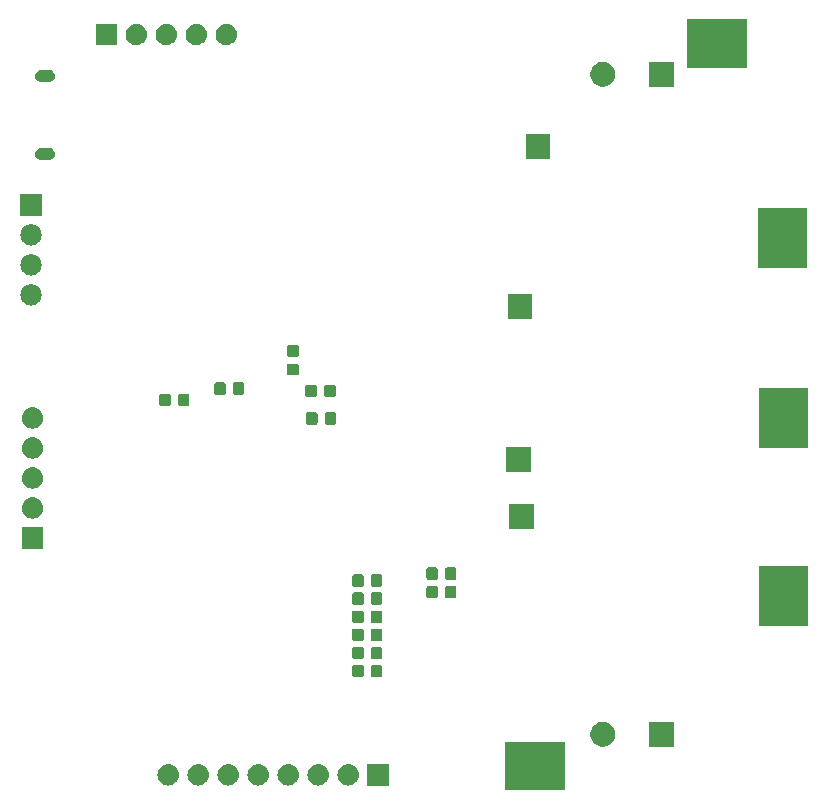
<source format=gbr>
G04 #@! TF.GenerationSoftware,KiCad,Pcbnew,5.0.2-bee76a0~70~ubuntu18.04.1*
G04 #@! TF.CreationDate,2019-03-01T11:09:08-06:00*
G04 #@! TF.ProjectId,MotorDriverXL,4d6f746f-7244-4726-9976-6572584c2e6b,V1.0*
G04 #@! TF.SameCoordinates,Original*
G04 #@! TF.FileFunction,Soldermask,Bot*
G04 #@! TF.FilePolarity,Negative*
%FSLAX46Y46*%
G04 Gerber Fmt 4.6, Leading zero omitted, Abs format (unit mm)*
G04 Created by KiCad (PCBNEW 5.0.2-bee76a0~70~ubuntu18.04.1) date Fri 01 Mar 2019 11:09:08 AM CST*
%MOMM*%
%LPD*%
G01*
G04 APERTURE LIST*
%ADD10C,0.100000*%
G04 APERTURE END LIST*
D10*
G36*
X150404200Y-128161800D02*
X145302600Y-128161800D01*
X145302600Y-124060200D01*
X150404200Y-124060200D01*
X150404200Y-128161800D01*
X150404200Y-128161800D01*
G37*
G36*
X135444600Y-127773800D02*
X133643000Y-127773800D01*
X133643000Y-125972200D01*
X135444600Y-125972200D01*
X135444600Y-127773800D01*
X135444600Y-127773800D01*
G37*
G36*
X132092162Y-125976545D02*
X132180388Y-125985234D01*
X132293589Y-126019573D01*
X132350190Y-126036743D01*
X132488780Y-126110822D01*
X132506679Y-126120389D01*
X132542409Y-126149712D01*
X132643844Y-126232956D01*
X132727088Y-126334391D01*
X132756411Y-126370121D01*
X132756412Y-126370123D01*
X132840057Y-126526610D01*
X132840057Y-126526611D01*
X132891566Y-126696412D01*
X132908958Y-126873000D01*
X132891566Y-127049588D01*
X132857227Y-127162789D01*
X132840057Y-127219390D01*
X132765978Y-127357980D01*
X132756411Y-127375879D01*
X132727088Y-127411609D01*
X132643844Y-127513044D01*
X132542409Y-127596288D01*
X132506679Y-127625611D01*
X132506677Y-127625612D01*
X132350190Y-127709257D01*
X132293589Y-127726427D01*
X132180388Y-127760766D01*
X132092162Y-127769455D01*
X132048050Y-127773800D01*
X131959550Y-127773800D01*
X131915438Y-127769455D01*
X131827212Y-127760766D01*
X131714011Y-127726427D01*
X131657410Y-127709257D01*
X131500923Y-127625612D01*
X131500921Y-127625611D01*
X131465191Y-127596288D01*
X131363756Y-127513044D01*
X131280512Y-127411609D01*
X131251189Y-127375879D01*
X131241622Y-127357980D01*
X131167543Y-127219390D01*
X131150373Y-127162789D01*
X131116034Y-127049588D01*
X131098642Y-126873000D01*
X131116034Y-126696412D01*
X131167543Y-126526611D01*
X131167543Y-126526610D01*
X131251188Y-126370123D01*
X131251189Y-126370121D01*
X131280512Y-126334391D01*
X131363756Y-126232956D01*
X131465191Y-126149712D01*
X131500921Y-126120389D01*
X131518820Y-126110822D01*
X131657410Y-126036743D01*
X131714011Y-126019573D01*
X131827212Y-125985234D01*
X131915438Y-125976545D01*
X131959550Y-125972200D01*
X132048050Y-125972200D01*
X132092162Y-125976545D01*
X132092162Y-125976545D01*
G37*
G36*
X129552162Y-125976545D02*
X129640388Y-125985234D01*
X129753589Y-126019573D01*
X129810190Y-126036743D01*
X129948780Y-126110822D01*
X129966679Y-126120389D01*
X130002409Y-126149712D01*
X130103844Y-126232956D01*
X130187088Y-126334391D01*
X130216411Y-126370121D01*
X130216412Y-126370123D01*
X130300057Y-126526610D01*
X130300057Y-126526611D01*
X130351566Y-126696412D01*
X130368958Y-126873000D01*
X130351566Y-127049588D01*
X130317227Y-127162789D01*
X130300057Y-127219390D01*
X130225978Y-127357980D01*
X130216411Y-127375879D01*
X130187088Y-127411609D01*
X130103844Y-127513044D01*
X130002409Y-127596288D01*
X129966679Y-127625611D01*
X129966677Y-127625612D01*
X129810190Y-127709257D01*
X129753589Y-127726427D01*
X129640388Y-127760766D01*
X129552162Y-127769455D01*
X129508050Y-127773800D01*
X129419550Y-127773800D01*
X129375438Y-127769455D01*
X129287212Y-127760766D01*
X129174011Y-127726427D01*
X129117410Y-127709257D01*
X128960923Y-127625612D01*
X128960921Y-127625611D01*
X128925191Y-127596288D01*
X128823756Y-127513044D01*
X128740512Y-127411609D01*
X128711189Y-127375879D01*
X128701622Y-127357980D01*
X128627543Y-127219390D01*
X128610373Y-127162789D01*
X128576034Y-127049588D01*
X128558642Y-126873000D01*
X128576034Y-126696412D01*
X128627543Y-126526611D01*
X128627543Y-126526610D01*
X128711188Y-126370123D01*
X128711189Y-126370121D01*
X128740512Y-126334391D01*
X128823756Y-126232956D01*
X128925191Y-126149712D01*
X128960921Y-126120389D01*
X128978820Y-126110822D01*
X129117410Y-126036743D01*
X129174011Y-126019573D01*
X129287212Y-125985234D01*
X129375438Y-125976545D01*
X129419550Y-125972200D01*
X129508050Y-125972200D01*
X129552162Y-125976545D01*
X129552162Y-125976545D01*
G37*
G36*
X127012162Y-125976545D02*
X127100388Y-125985234D01*
X127213589Y-126019573D01*
X127270190Y-126036743D01*
X127408780Y-126110822D01*
X127426679Y-126120389D01*
X127462409Y-126149712D01*
X127563844Y-126232956D01*
X127647088Y-126334391D01*
X127676411Y-126370121D01*
X127676412Y-126370123D01*
X127760057Y-126526610D01*
X127760057Y-126526611D01*
X127811566Y-126696412D01*
X127828958Y-126873000D01*
X127811566Y-127049588D01*
X127777227Y-127162789D01*
X127760057Y-127219390D01*
X127685978Y-127357980D01*
X127676411Y-127375879D01*
X127647088Y-127411609D01*
X127563844Y-127513044D01*
X127462409Y-127596288D01*
X127426679Y-127625611D01*
X127426677Y-127625612D01*
X127270190Y-127709257D01*
X127213589Y-127726427D01*
X127100388Y-127760766D01*
X127012162Y-127769455D01*
X126968050Y-127773800D01*
X126879550Y-127773800D01*
X126835438Y-127769455D01*
X126747212Y-127760766D01*
X126634011Y-127726427D01*
X126577410Y-127709257D01*
X126420923Y-127625612D01*
X126420921Y-127625611D01*
X126385191Y-127596288D01*
X126283756Y-127513044D01*
X126200512Y-127411609D01*
X126171189Y-127375879D01*
X126161622Y-127357980D01*
X126087543Y-127219390D01*
X126070373Y-127162789D01*
X126036034Y-127049588D01*
X126018642Y-126873000D01*
X126036034Y-126696412D01*
X126087543Y-126526611D01*
X126087543Y-126526610D01*
X126171188Y-126370123D01*
X126171189Y-126370121D01*
X126200512Y-126334391D01*
X126283756Y-126232956D01*
X126385191Y-126149712D01*
X126420921Y-126120389D01*
X126438820Y-126110822D01*
X126577410Y-126036743D01*
X126634011Y-126019573D01*
X126747212Y-125985234D01*
X126835438Y-125976545D01*
X126879550Y-125972200D01*
X126968050Y-125972200D01*
X127012162Y-125976545D01*
X127012162Y-125976545D01*
G37*
G36*
X121932162Y-125976545D02*
X122020388Y-125985234D01*
X122133589Y-126019573D01*
X122190190Y-126036743D01*
X122328780Y-126110822D01*
X122346679Y-126120389D01*
X122382409Y-126149712D01*
X122483844Y-126232956D01*
X122567088Y-126334391D01*
X122596411Y-126370121D01*
X122596412Y-126370123D01*
X122680057Y-126526610D01*
X122680057Y-126526611D01*
X122731566Y-126696412D01*
X122748958Y-126873000D01*
X122731566Y-127049588D01*
X122697227Y-127162789D01*
X122680057Y-127219390D01*
X122605978Y-127357980D01*
X122596411Y-127375879D01*
X122567088Y-127411609D01*
X122483844Y-127513044D01*
X122382409Y-127596288D01*
X122346679Y-127625611D01*
X122346677Y-127625612D01*
X122190190Y-127709257D01*
X122133589Y-127726427D01*
X122020388Y-127760766D01*
X121932162Y-127769455D01*
X121888050Y-127773800D01*
X121799550Y-127773800D01*
X121755438Y-127769455D01*
X121667212Y-127760766D01*
X121554011Y-127726427D01*
X121497410Y-127709257D01*
X121340923Y-127625612D01*
X121340921Y-127625611D01*
X121305191Y-127596288D01*
X121203756Y-127513044D01*
X121120512Y-127411609D01*
X121091189Y-127375879D01*
X121081622Y-127357980D01*
X121007543Y-127219390D01*
X120990373Y-127162789D01*
X120956034Y-127049588D01*
X120938642Y-126873000D01*
X120956034Y-126696412D01*
X121007543Y-126526611D01*
X121007543Y-126526610D01*
X121091188Y-126370123D01*
X121091189Y-126370121D01*
X121120512Y-126334391D01*
X121203756Y-126232956D01*
X121305191Y-126149712D01*
X121340921Y-126120389D01*
X121358820Y-126110822D01*
X121497410Y-126036743D01*
X121554011Y-126019573D01*
X121667212Y-125985234D01*
X121755438Y-125976545D01*
X121799550Y-125972200D01*
X121888050Y-125972200D01*
X121932162Y-125976545D01*
X121932162Y-125976545D01*
G37*
G36*
X119392162Y-125976545D02*
X119480388Y-125985234D01*
X119593589Y-126019573D01*
X119650190Y-126036743D01*
X119788780Y-126110822D01*
X119806679Y-126120389D01*
X119842409Y-126149712D01*
X119943844Y-126232956D01*
X120027088Y-126334391D01*
X120056411Y-126370121D01*
X120056412Y-126370123D01*
X120140057Y-126526610D01*
X120140057Y-126526611D01*
X120191566Y-126696412D01*
X120208958Y-126873000D01*
X120191566Y-127049588D01*
X120157227Y-127162789D01*
X120140057Y-127219390D01*
X120065978Y-127357980D01*
X120056411Y-127375879D01*
X120027088Y-127411609D01*
X119943844Y-127513044D01*
X119842409Y-127596288D01*
X119806679Y-127625611D01*
X119806677Y-127625612D01*
X119650190Y-127709257D01*
X119593589Y-127726427D01*
X119480388Y-127760766D01*
X119392162Y-127769455D01*
X119348050Y-127773800D01*
X119259550Y-127773800D01*
X119215438Y-127769455D01*
X119127212Y-127760766D01*
X119014011Y-127726427D01*
X118957410Y-127709257D01*
X118800923Y-127625612D01*
X118800921Y-127625611D01*
X118765191Y-127596288D01*
X118663756Y-127513044D01*
X118580512Y-127411609D01*
X118551189Y-127375879D01*
X118541622Y-127357980D01*
X118467543Y-127219390D01*
X118450373Y-127162789D01*
X118416034Y-127049588D01*
X118398642Y-126873000D01*
X118416034Y-126696412D01*
X118467543Y-126526611D01*
X118467543Y-126526610D01*
X118551188Y-126370123D01*
X118551189Y-126370121D01*
X118580512Y-126334391D01*
X118663756Y-126232956D01*
X118765191Y-126149712D01*
X118800921Y-126120389D01*
X118818820Y-126110822D01*
X118957410Y-126036743D01*
X119014011Y-126019573D01*
X119127212Y-125985234D01*
X119215438Y-125976545D01*
X119259550Y-125972200D01*
X119348050Y-125972200D01*
X119392162Y-125976545D01*
X119392162Y-125976545D01*
G37*
G36*
X116852162Y-125976545D02*
X116940388Y-125985234D01*
X117053589Y-126019573D01*
X117110190Y-126036743D01*
X117248780Y-126110822D01*
X117266679Y-126120389D01*
X117302409Y-126149712D01*
X117403844Y-126232956D01*
X117487088Y-126334391D01*
X117516411Y-126370121D01*
X117516412Y-126370123D01*
X117600057Y-126526610D01*
X117600057Y-126526611D01*
X117651566Y-126696412D01*
X117668958Y-126873000D01*
X117651566Y-127049588D01*
X117617227Y-127162789D01*
X117600057Y-127219390D01*
X117525978Y-127357980D01*
X117516411Y-127375879D01*
X117487088Y-127411609D01*
X117403844Y-127513044D01*
X117302409Y-127596288D01*
X117266679Y-127625611D01*
X117266677Y-127625612D01*
X117110190Y-127709257D01*
X117053589Y-127726427D01*
X116940388Y-127760766D01*
X116852162Y-127769455D01*
X116808050Y-127773800D01*
X116719550Y-127773800D01*
X116675438Y-127769455D01*
X116587212Y-127760766D01*
X116474011Y-127726427D01*
X116417410Y-127709257D01*
X116260923Y-127625612D01*
X116260921Y-127625611D01*
X116225191Y-127596288D01*
X116123756Y-127513044D01*
X116040512Y-127411609D01*
X116011189Y-127375879D01*
X116001622Y-127357980D01*
X115927543Y-127219390D01*
X115910373Y-127162789D01*
X115876034Y-127049588D01*
X115858642Y-126873000D01*
X115876034Y-126696412D01*
X115927543Y-126526611D01*
X115927543Y-126526610D01*
X116011188Y-126370123D01*
X116011189Y-126370121D01*
X116040512Y-126334391D01*
X116123756Y-126232956D01*
X116225191Y-126149712D01*
X116260921Y-126120389D01*
X116278820Y-126110822D01*
X116417410Y-126036743D01*
X116474011Y-126019573D01*
X116587212Y-125985234D01*
X116675438Y-125976545D01*
X116719550Y-125972200D01*
X116808050Y-125972200D01*
X116852162Y-125976545D01*
X116852162Y-125976545D01*
G37*
G36*
X124472162Y-125976545D02*
X124560388Y-125985234D01*
X124673589Y-126019573D01*
X124730190Y-126036743D01*
X124868780Y-126110822D01*
X124886679Y-126120389D01*
X124922409Y-126149712D01*
X125023844Y-126232956D01*
X125107088Y-126334391D01*
X125136411Y-126370121D01*
X125136412Y-126370123D01*
X125220057Y-126526610D01*
X125220057Y-126526611D01*
X125271566Y-126696412D01*
X125288958Y-126873000D01*
X125271566Y-127049588D01*
X125237227Y-127162789D01*
X125220057Y-127219390D01*
X125145978Y-127357980D01*
X125136411Y-127375879D01*
X125107088Y-127411609D01*
X125023844Y-127513044D01*
X124922409Y-127596288D01*
X124886679Y-127625611D01*
X124886677Y-127625612D01*
X124730190Y-127709257D01*
X124673589Y-127726427D01*
X124560388Y-127760766D01*
X124472162Y-127769455D01*
X124428050Y-127773800D01*
X124339550Y-127773800D01*
X124295438Y-127769455D01*
X124207212Y-127760766D01*
X124094011Y-127726427D01*
X124037410Y-127709257D01*
X123880923Y-127625612D01*
X123880921Y-127625611D01*
X123845191Y-127596288D01*
X123743756Y-127513044D01*
X123660512Y-127411609D01*
X123631189Y-127375879D01*
X123621622Y-127357980D01*
X123547543Y-127219390D01*
X123530373Y-127162789D01*
X123496034Y-127049588D01*
X123478642Y-126873000D01*
X123496034Y-126696412D01*
X123547543Y-126526611D01*
X123547543Y-126526610D01*
X123631188Y-126370123D01*
X123631189Y-126370121D01*
X123660512Y-126334391D01*
X123743756Y-126232956D01*
X123845191Y-126149712D01*
X123880921Y-126120389D01*
X123898820Y-126110822D01*
X124037410Y-126036743D01*
X124094011Y-126019573D01*
X124207212Y-125985234D01*
X124295438Y-125976545D01*
X124339550Y-125972200D01*
X124428050Y-125972200D01*
X124472162Y-125976545D01*
X124472162Y-125976545D01*
G37*
G36*
X159623000Y-124494800D02*
X157521400Y-124494800D01*
X157521400Y-122393200D01*
X159623000Y-122393200D01*
X159623000Y-124494800D01*
X159623000Y-124494800D01*
G37*
G36*
X153878707Y-122433582D02*
X154069940Y-122512793D01*
X154240887Y-122627016D01*
X154242049Y-122627793D01*
X154388407Y-122774151D01*
X154388409Y-122774154D01*
X154503407Y-122946260D01*
X154582618Y-123137493D01*
X154623000Y-123340505D01*
X154623000Y-123547495D01*
X154582618Y-123750507D01*
X154503407Y-123941740D01*
X154424254Y-124060200D01*
X154388407Y-124113849D01*
X154242049Y-124260207D01*
X154242046Y-124260209D01*
X154069940Y-124375207D01*
X153878707Y-124454418D01*
X153675695Y-124494800D01*
X153468705Y-124494800D01*
X153265693Y-124454418D01*
X153074460Y-124375207D01*
X152902354Y-124260209D01*
X152902351Y-124260207D01*
X152755993Y-124113849D01*
X152720146Y-124060200D01*
X152640993Y-123941740D01*
X152561782Y-123750507D01*
X152521400Y-123547495D01*
X152521400Y-123340505D01*
X152561782Y-123137493D01*
X152640993Y-122946260D01*
X152755991Y-122774154D01*
X152755993Y-122774151D01*
X152902351Y-122627793D01*
X152903513Y-122627016D01*
X153074460Y-122512793D01*
X153265693Y-122433582D01*
X153468705Y-122393200D01*
X153675695Y-122393200D01*
X153878707Y-122433582D01*
X153878707Y-122433582D01*
G37*
G36*
X133183868Y-117562883D02*
X133217834Y-117573186D01*
X133249132Y-117589916D01*
X133276568Y-117612432D01*
X133299084Y-117639868D01*
X133315814Y-117671166D01*
X133326117Y-117705132D01*
X133330200Y-117746590D01*
X133330200Y-118422610D01*
X133326117Y-118464068D01*
X133315814Y-118498034D01*
X133299084Y-118529332D01*
X133276568Y-118556768D01*
X133249132Y-118579284D01*
X133217834Y-118596014D01*
X133183868Y-118606317D01*
X133142410Y-118610400D01*
X132541390Y-118610400D01*
X132499932Y-118606317D01*
X132465966Y-118596014D01*
X132434668Y-118579284D01*
X132407232Y-118556768D01*
X132384716Y-118529332D01*
X132367986Y-118498034D01*
X132357683Y-118464068D01*
X132353600Y-118422610D01*
X132353600Y-117746590D01*
X132357683Y-117705132D01*
X132367986Y-117671166D01*
X132384716Y-117639868D01*
X132407232Y-117612432D01*
X132434668Y-117589916D01*
X132465966Y-117573186D01*
X132499932Y-117562883D01*
X132541390Y-117558800D01*
X133142410Y-117558800D01*
X133183868Y-117562883D01*
X133183868Y-117562883D01*
G37*
G36*
X134758868Y-117562883D02*
X134792834Y-117573186D01*
X134824132Y-117589916D01*
X134851568Y-117612432D01*
X134874084Y-117639868D01*
X134890814Y-117671166D01*
X134901117Y-117705132D01*
X134905200Y-117746590D01*
X134905200Y-118422610D01*
X134901117Y-118464068D01*
X134890814Y-118498034D01*
X134874084Y-118529332D01*
X134851568Y-118556768D01*
X134824132Y-118579284D01*
X134792834Y-118596014D01*
X134758868Y-118606317D01*
X134717410Y-118610400D01*
X134116390Y-118610400D01*
X134074932Y-118606317D01*
X134040966Y-118596014D01*
X134009668Y-118579284D01*
X133982232Y-118556768D01*
X133959716Y-118529332D01*
X133942986Y-118498034D01*
X133932683Y-118464068D01*
X133928600Y-118422610D01*
X133928600Y-117746590D01*
X133932683Y-117705132D01*
X133942986Y-117671166D01*
X133959716Y-117639868D01*
X133982232Y-117612432D01*
X134009668Y-117589916D01*
X134040966Y-117573186D01*
X134074932Y-117562883D01*
X134116390Y-117558800D01*
X134717410Y-117558800D01*
X134758868Y-117562883D01*
X134758868Y-117562883D01*
G37*
G36*
X133183868Y-116038883D02*
X133217834Y-116049186D01*
X133249132Y-116065916D01*
X133276568Y-116088432D01*
X133299084Y-116115868D01*
X133315814Y-116147166D01*
X133326117Y-116181132D01*
X133330200Y-116222590D01*
X133330200Y-116898610D01*
X133326117Y-116940068D01*
X133315814Y-116974034D01*
X133299084Y-117005332D01*
X133276568Y-117032768D01*
X133249132Y-117055284D01*
X133217834Y-117072014D01*
X133183868Y-117082317D01*
X133142410Y-117086400D01*
X132541390Y-117086400D01*
X132499932Y-117082317D01*
X132465966Y-117072014D01*
X132434668Y-117055284D01*
X132407232Y-117032768D01*
X132384716Y-117005332D01*
X132367986Y-116974034D01*
X132357683Y-116940068D01*
X132353600Y-116898610D01*
X132353600Y-116222590D01*
X132357683Y-116181132D01*
X132367986Y-116147166D01*
X132384716Y-116115868D01*
X132407232Y-116088432D01*
X132434668Y-116065916D01*
X132465966Y-116049186D01*
X132499932Y-116038883D01*
X132541390Y-116034800D01*
X133142410Y-116034800D01*
X133183868Y-116038883D01*
X133183868Y-116038883D01*
G37*
G36*
X134758868Y-116038883D02*
X134792834Y-116049186D01*
X134824132Y-116065916D01*
X134851568Y-116088432D01*
X134874084Y-116115868D01*
X134890814Y-116147166D01*
X134901117Y-116181132D01*
X134905200Y-116222590D01*
X134905200Y-116898610D01*
X134901117Y-116940068D01*
X134890814Y-116974034D01*
X134874084Y-117005332D01*
X134851568Y-117032768D01*
X134824132Y-117055284D01*
X134792834Y-117072014D01*
X134758868Y-117082317D01*
X134717410Y-117086400D01*
X134116390Y-117086400D01*
X134074932Y-117082317D01*
X134040966Y-117072014D01*
X134009668Y-117055284D01*
X133982232Y-117032768D01*
X133959716Y-117005332D01*
X133942986Y-116974034D01*
X133932683Y-116940068D01*
X133928600Y-116898610D01*
X133928600Y-116222590D01*
X133932683Y-116181132D01*
X133942986Y-116147166D01*
X133959716Y-116115868D01*
X133982232Y-116088432D01*
X134009668Y-116065916D01*
X134040966Y-116049186D01*
X134074932Y-116038883D01*
X134116390Y-116034800D01*
X134717410Y-116034800D01*
X134758868Y-116038883D01*
X134758868Y-116038883D01*
G37*
G36*
X134748787Y-114487005D02*
X134782753Y-114497308D01*
X134814051Y-114514038D01*
X134841487Y-114536554D01*
X134864003Y-114563990D01*
X134880733Y-114595288D01*
X134891036Y-114629254D01*
X134895119Y-114670712D01*
X134895119Y-115346732D01*
X134891036Y-115388190D01*
X134880733Y-115422156D01*
X134864003Y-115453454D01*
X134841487Y-115480890D01*
X134814051Y-115503406D01*
X134782753Y-115520136D01*
X134748787Y-115530439D01*
X134707329Y-115534522D01*
X134106309Y-115534522D01*
X134064851Y-115530439D01*
X134030885Y-115520136D01*
X133999587Y-115503406D01*
X133972151Y-115480890D01*
X133949635Y-115453454D01*
X133932905Y-115422156D01*
X133922602Y-115388190D01*
X133918519Y-115346732D01*
X133918519Y-114670712D01*
X133922602Y-114629254D01*
X133932905Y-114595288D01*
X133949635Y-114563990D01*
X133972151Y-114536554D01*
X133999587Y-114514038D01*
X134030885Y-114497308D01*
X134064851Y-114487005D01*
X134106309Y-114482922D01*
X134707329Y-114482922D01*
X134748787Y-114487005D01*
X134748787Y-114487005D01*
G37*
G36*
X133173787Y-114487005D02*
X133207753Y-114497308D01*
X133239051Y-114514038D01*
X133266487Y-114536554D01*
X133289003Y-114563990D01*
X133305733Y-114595288D01*
X133316036Y-114629254D01*
X133320119Y-114670712D01*
X133320119Y-115346732D01*
X133316036Y-115388190D01*
X133305733Y-115422156D01*
X133289003Y-115453454D01*
X133266487Y-115480890D01*
X133239051Y-115503406D01*
X133207753Y-115520136D01*
X133173787Y-115530439D01*
X133132329Y-115534522D01*
X132531309Y-115534522D01*
X132489851Y-115530439D01*
X132455885Y-115520136D01*
X132424587Y-115503406D01*
X132397151Y-115480890D01*
X132374635Y-115453454D01*
X132357905Y-115422156D01*
X132347602Y-115388190D01*
X132343519Y-115346732D01*
X132343519Y-114670712D01*
X132347602Y-114629254D01*
X132357905Y-114595288D01*
X132374635Y-114563990D01*
X132397151Y-114536554D01*
X132424587Y-114514038D01*
X132455885Y-114497308D01*
X132489851Y-114487005D01*
X132531309Y-114482922D01*
X133132329Y-114482922D01*
X133173787Y-114487005D01*
X133173787Y-114487005D01*
G37*
G36*
X170910000Y-114260000D02*
X166808400Y-114260000D01*
X166808400Y-109158400D01*
X170910000Y-109158400D01*
X170910000Y-114260000D01*
X170910000Y-114260000D01*
G37*
G36*
X133173787Y-112963005D02*
X133207753Y-112973308D01*
X133239051Y-112990038D01*
X133266487Y-113012554D01*
X133289003Y-113039990D01*
X133305733Y-113071288D01*
X133316036Y-113105254D01*
X133320119Y-113146712D01*
X133320119Y-113822732D01*
X133316036Y-113864190D01*
X133305733Y-113898156D01*
X133289003Y-113929454D01*
X133266487Y-113956890D01*
X133239051Y-113979406D01*
X133207753Y-113996136D01*
X133173787Y-114006439D01*
X133132329Y-114010522D01*
X132531309Y-114010522D01*
X132489851Y-114006439D01*
X132455885Y-113996136D01*
X132424587Y-113979406D01*
X132397151Y-113956890D01*
X132374635Y-113929454D01*
X132357905Y-113898156D01*
X132347602Y-113864190D01*
X132343519Y-113822732D01*
X132343519Y-113146712D01*
X132347602Y-113105254D01*
X132357905Y-113071288D01*
X132374635Y-113039990D01*
X132397151Y-113012554D01*
X132424587Y-112990038D01*
X132455885Y-112973308D01*
X132489851Y-112963005D01*
X132531309Y-112958922D01*
X133132329Y-112958922D01*
X133173787Y-112963005D01*
X133173787Y-112963005D01*
G37*
G36*
X134748787Y-112963005D02*
X134782753Y-112973308D01*
X134814051Y-112990038D01*
X134841487Y-113012554D01*
X134864003Y-113039990D01*
X134880733Y-113071288D01*
X134891036Y-113105254D01*
X134895119Y-113146712D01*
X134895119Y-113822732D01*
X134891036Y-113864190D01*
X134880733Y-113898156D01*
X134864003Y-113929454D01*
X134841487Y-113956890D01*
X134814051Y-113979406D01*
X134782753Y-113996136D01*
X134748787Y-114006439D01*
X134707329Y-114010522D01*
X134106309Y-114010522D01*
X134064851Y-114006439D01*
X134030885Y-113996136D01*
X133999587Y-113979406D01*
X133972151Y-113956890D01*
X133949635Y-113929454D01*
X133932905Y-113898156D01*
X133922602Y-113864190D01*
X133918519Y-113822732D01*
X133918519Y-113146712D01*
X133922602Y-113105254D01*
X133932905Y-113071288D01*
X133949635Y-113039990D01*
X133972151Y-113012554D01*
X133999587Y-112990038D01*
X134030885Y-112973308D01*
X134064851Y-112963005D01*
X134106309Y-112958922D01*
X134707329Y-112958922D01*
X134748787Y-112963005D01*
X134748787Y-112963005D01*
G37*
G36*
X134758868Y-111416083D02*
X134792834Y-111426386D01*
X134824132Y-111443116D01*
X134851568Y-111465632D01*
X134874084Y-111493068D01*
X134890814Y-111524366D01*
X134901117Y-111558332D01*
X134905200Y-111599790D01*
X134905200Y-112275810D01*
X134901117Y-112317268D01*
X134890814Y-112351234D01*
X134874084Y-112382532D01*
X134851568Y-112409968D01*
X134824132Y-112432484D01*
X134792834Y-112449214D01*
X134758868Y-112459517D01*
X134717410Y-112463600D01*
X134116390Y-112463600D01*
X134074932Y-112459517D01*
X134040966Y-112449214D01*
X134009668Y-112432484D01*
X133982232Y-112409968D01*
X133959716Y-112382532D01*
X133942986Y-112351234D01*
X133932683Y-112317268D01*
X133928600Y-112275810D01*
X133928600Y-111599790D01*
X133932683Y-111558332D01*
X133942986Y-111524366D01*
X133959716Y-111493068D01*
X133982232Y-111465632D01*
X134009668Y-111443116D01*
X134040966Y-111426386D01*
X134074932Y-111416083D01*
X134116390Y-111412000D01*
X134717410Y-111412000D01*
X134758868Y-111416083D01*
X134758868Y-111416083D01*
G37*
G36*
X133183868Y-111416083D02*
X133217834Y-111426386D01*
X133249132Y-111443116D01*
X133276568Y-111465632D01*
X133299084Y-111493068D01*
X133315814Y-111524366D01*
X133326117Y-111558332D01*
X133330200Y-111599790D01*
X133330200Y-112275810D01*
X133326117Y-112317268D01*
X133315814Y-112351234D01*
X133299084Y-112382532D01*
X133276568Y-112409968D01*
X133249132Y-112432484D01*
X133217834Y-112449214D01*
X133183868Y-112459517D01*
X133142410Y-112463600D01*
X132541390Y-112463600D01*
X132499932Y-112459517D01*
X132465966Y-112449214D01*
X132434668Y-112432484D01*
X132407232Y-112409968D01*
X132384716Y-112382532D01*
X132367986Y-112351234D01*
X132357683Y-112317268D01*
X132353600Y-112275810D01*
X132353600Y-111599790D01*
X132357683Y-111558332D01*
X132367986Y-111524366D01*
X132384716Y-111493068D01*
X132407232Y-111465632D01*
X132434668Y-111443116D01*
X132465966Y-111426386D01*
X132499932Y-111416083D01*
X132541390Y-111412000D01*
X133142410Y-111412000D01*
X133183868Y-111416083D01*
X133183868Y-111416083D01*
G37*
G36*
X139457668Y-110882683D02*
X139491634Y-110892986D01*
X139522932Y-110909716D01*
X139550368Y-110932232D01*
X139572884Y-110959668D01*
X139589614Y-110990966D01*
X139599917Y-111024932D01*
X139604000Y-111066390D01*
X139604000Y-111742410D01*
X139599917Y-111783868D01*
X139589614Y-111817834D01*
X139572884Y-111849132D01*
X139550368Y-111876568D01*
X139522932Y-111899084D01*
X139491634Y-111915814D01*
X139457668Y-111926117D01*
X139416210Y-111930200D01*
X138815190Y-111930200D01*
X138773732Y-111926117D01*
X138739766Y-111915814D01*
X138708468Y-111899084D01*
X138681032Y-111876568D01*
X138658516Y-111849132D01*
X138641786Y-111817834D01*
X138631483Y-111783868D01*
X138627400Y-111742410D01*
X138627400Y-111066390D01*
X138631483Y-111024932D01*
X138641786Y-110990966D01*
X138658516Y-110959668D01*
X138681032Y-110932232D01*
X138708468Y-110909716D01*
X138739766Y-110892986D01*
X138773732Y-110882683D01*
X138815190Y-110878600D01*
X139416210Y-110878600D01*
X139457668Y-110882683D01*
X139457668Y-110882683D01*
G37*
G36*
X141032668Y-110882683D02*
X141066634Y-110892986D01*
X141097932Y-110909716D01*
X141125368Y-110932232D01*
X141147884Y-110959668D01*
X141164614Y-110990966D01*
X141174917Y-111024932D01*
X141179000Y-111066390D01*
X141179000Y-111742410D01*
X141174917Y-111783868D01*
X141164614Y-111817834D01*
X141147884Y-111849132D01*
X141125368Y-111876568D01*
X141097932Y-111899084D01*
X141066634Y-111915814D01*
X141032668Y-111926117D01*
X140991210Y-111930200D01*
X140390190Y-111930200D01*
X140348732Y-111926117D01*
X140314766Y-111915814D01*
X140283468Y-111899084D01*
X140256032Y-111876568D01*
X140233516Y-111849132D01*
X140216786Y-111817834D01*
X140206483Y-111783868D01*
X140202400Y-111742410D01*
X140202400Y-111066390D01*
X140206483Y-111024932D01*
X140216786Y-110990966D01*
X140233516Y-110959668D01*
X140256032Y-110932232D01*
X140283468Y-110909716D01*
X140314766Y-110892986D01*
X140348732Y-110882683D01*
X140390190Y-110878600D01*
X140991210Y-110878600D01*
X141032668Y-110882683D01*
X141032668Y-110882683D01*
G37*
G36*
X133183868Y-109892083D02*
X133217834Y-109902386D01*
X133249132Y-109919116D01*
X133276568Y-109941632D01*
X133299084Y-109969068D01*
X133315814Y-110000366D01*
X133326117Y-110034332D01*
X133330200Y-110075790D01*
X133330200Y-110751810D01*
X133326117Y-110793268D01*
X133315814Y-110827234D01*
X133299084Y-110858532D01*
X133276568Y-110885968D01*
X133249132Y-110908484D01*
X133217834Y-110925214D01*
X133183868Y-110935517D01*
X133142410Y-110939600D01*
X132541390Y-110939600D01*
X132499932Y-110935517D01*
X132465966Y-110925214D01*
X132434668Y-110908484D01*
X132407232Y-110885968D01*
X132384716Y-110858532D01*
X132367986Y-110827234D01*
X132357683Y-110793268D01*
X132353600Y-110751810D01*
X132353600Y-110075790D01*
X132357683Y-110034332D01*
X132367986Y-110000366D01*
X132384716Y-109969068D01*
X132407232Y-109941632D01*
X132434668Y-109919116D01*
X132465966Y-109902386D01*
X132499932Y-109892083D01*
X132541390Y-109888000D01*
X133142410Y-109888000D01*
X133183868Y-109892083D01*
X133183868Y-109892083D01*
G37*
G36*
X134758868Y-109892083D02*
X134792834Y-109902386D01*
X134824132Y-109919116D01*
X134851568Y-109941632D01*
X134874084Y-109969068D01*
X134890814Y-110000366D01*
X134901117Y-110034332D01*
X134905200Y-110075790D01*
X134905200Y-110751810D01*
X134901117Y-110793268D01*
X134890814Y-110827234D01*
X134874084Y-110858532D01*
X134851568Y-110885968D01*
X134824132Y-110908484D01*
X134792834Y-110925214D01*
X134758868Y-110935517D01*
X134717410Y-110939600D01*
X134116390Y-110939600D01*
X134074932Y-110935517D01*
X134040966Y-110925214D01*
X134009668Y-110908484D01*
X133982232Y-110885968D01*
X133959716Y-110858532D01*
X133942986Y-110827234D01*
X133932683Y-110793268D01*
X133928600Y-110751810D01*
X133928600Y-110075790D01*
X133932683Y-110034332D01*
X133942986Y-110000366D01*
X133959716Y-109969068D01*
X133982232Y-109941632D01*
X134009668Y-109919116D01*
X134040966Y-109902386D01*
X134074932Y-109892083D01*
X134116390Y-109888000D01*
X134717410Y-109888000D01*
X134758868Y-109892083D01*
X134758868Y-109892083D01*
G37*
G36*
X141032668Y-109307883D02*
X141066634Y-109318186D01*
X141097932Y-109334916D01*
X141125368Y-109357432D01*
X141147884Y-109384868D01*
X141164614Y-109416166D01*
X141174917Y-109450132D01*
X141179000Y-109491590D01*
X141179000Y-110167610D01*
X141174917Y-110209068D01*
X141164614Y-110243034D01*
X141147884Y-110274332D01*
X141125368Y-110301768D01*
X141097932Y-110324284D01*
X141066634Y-110341014D01*
X141032668Y-110351317D01*
X140991210Y-110355400D01*
X140390190Y-110355400D01*
X140348732Y-110351317D01*
X140314766Y-110341014D01*
X140283468Y-110324284D01*
X140256032Y-110301768D01*
X140233516Y-110274332D01*
X140216786Y-110243034D01*
X140206483Y-110209068D01*
X140202400Y-110167610D01*
X140202400Y-109491590D01*
X140206483Y-109450132D01*
X140216786Y-109416166D01*
X140233516Y-109384868D01*
X140256032Y-109357432D01*
X140283468Y-109334916D01*
X140314766Y-109318186D01*
X140348732Y-109307883D01*
X140390190Y-109303800D01*
X140991210Y-109303800D01*
X141032668Y-109307883D01*
X141032668Y-109307883D01*
G37*
G36*
X139457668Y-109307883D02*
X139491634Y-109318186D01*
X139522932Y-109334916D01*
X139550368Y-109357432D01*
X139572884Y-109384868D01*
X139589614Y-109416166D01*
X139599917Y-109450132D01*
X139604000Y-109491590D01*
X139604000Y-110167610D01*
X139599917Y-110209068D01*
X139589614Y-110243034D01*
X139572884Y-110274332D01*
X139550368Y-110301768D01*
X139522932Y-110324284D01*
X139491634Y-110341014D01*
X139457668Y-110351317D01*
X139416210Y-110355400D01*
X138815190Y-110355400D01*
X138773732Y-110351317D01*
X138739766Y-110341014D01*
X138708468Y-110324284D01*
X138681032Y-110301768D01*
X138658516Y-110274332D01*
X138641786Y-110243034D01*
X138631483Y-110209068D01*
X138627400Y-110167610D01*
X138627400Y-109491590D01*
X138631483Y-109450132D01*
X138641786Y-109416166D01*
X138658516Y-109384868D01*
X138681032Y-109357432D01*
X138708468Y-109334916D01*
X138739766Y-109318186D01*
X138773732Y-109307883D01*
X138815190Y-109303800D01*
X139416210Y-109303800D01*
X139457668Y-109307883D01*
X139457668Y-109307883D01*
G37*
G36*
X106183800Y-107707800D02*
X104382200Y-107707800D01*
X104382200Y-105906200D01*
X106183800Y-105906200D01*
X106183800Y-107707800D01*
X106183800Y-107707800D01*
G37*
G36*
X147735800Y-106079800D02*
X145634200Y-106079800D01*
X145634200Y-103978200D01*
X147735800Y-103978200D01*
X147735800Y-106079800D01*
X147735800Y-106079800D01*
G37*
G36*
X105371362Y-103370545D02*
X105459588Y-103379234D01*
X105572789Y-103413573D01*
X105629390Y-103430743D01*
X105767980Y-103504822D01*
X105785879Y-103514389D01*
X105821609Y-103543712D01*
X105923044Y-103626956D01*
X106006288Y-103728391D01*
X106035611Y-103764121D01*
X106035612Y-103764123D01*
X106119257Y-103920610D01*
X106119257Y-103920611D01*
X106170766Y-104090412D01*
X106188158Y-104267000D01*
X106170766Y-104443588D01*
X106136427Y-104556789D01*
X106119257Y-104613390D01*
X106045178Y-104751980D01*
X106035611Y-104769879D01*
X106006288Y-104805609D01*
X105923044Y-104907044D01*
X105821609Y-104990288D01*
X105785879Y-105019611D01*
X105785877Y-105019612D01*
X105629390Y-105103257D01*
X105572789Y-105120427D01*
X105459588Y-105154766D01*
X105371362Y-105163455D01*
X105327250Y-105167800D01*
X105238750Y-105167800D01*
X105194638Y-105163455D01*
X105106412Y-105154766D01*
X104993211Y-105120427D01*
X104936610Y-105103257D01*
X104780123Y-105019612D01*
X104780121Y-105019611D01*
X104744391Y-104990288D01*
X104642956Y-104907044D01*
X104559712Y-104805609D01*
X104530389Y-104769879D01*
X104520822Y-104751980D01*
X104446743Y-104613390D01*
X104429573Y-104556789D01*
X104395234Y-104443588D01*
X104377842Y-104267000D01*
X104395234Y-104090412D01*
X104446743Y-103920611D01*
X104446743Y-103920610D01*
X104530388Y-103764123D01*
X104530389Y-103764121D01*
X104559712Y-103728391D01*
X104642956Y-103626956D01*
X104744391Y-103543712D01*
X104780121Y-103514389D01*
X104798020Y-103504822D01*
X104936610Y-103430743D01*
X104993211Y-103413573D01*
X105106412Y-103379234D01*
X105194638Y-103370545D01*
X105238750Y-103366200D01*
X105327250Y-103366200D01*
X105371362Y-103370545D01*
X105371362Y-103370545D01*
G37*
G36*
X105371362Y-100830545D02*
X105459588Y-100839234D01*
X105572789Y-100873573D01*
X105629390Y-100890743D01*
X105767980Y-100964822D01*
X105785879Y-100974389D01*
X105821609Y-101003712D01*
X105923044Y-101086956D01*
X106006288Y-101188391D01*
X106035611Y-101224121D01*
X106035612Y-101224123D01*
X106119257Y-101380610D01*
X106119257Y-101380611D01*
X106170766Y-101550412D01*
X106188158Y-101727000D01*
X106170766Y-101903588D01*
X106136427Y-102016789D01*
X106119257Y-102073390D01*
X106045178Y-102211980D01*
X106035611Y-102229879D01*
X106006288Y-102265609D01*
X105923044Y-102367044D01*
X105821609Y-102450288D01*
X105785879Y-102479611D01*
X105785877Y-102479612D01*
X105629390Y-102563257D01*
X105572789Y-102580427D01*
X105459588Y-102614766D01*
X105371362Y-102623455D01*
X105327250Y-102627800D01*
X105238750Y-102627800D01*
X105194638Y-102623455D01*
X105106412Y-102614766D01*
X104993211Y-102580427D01*
X104936610Y-102563257D01*
X104780123Y-102479612D01*
X104780121Y-102479611D01*
X104744391Y-102450288D01*
X104642956Y-102367044D01*
X104559712Y-102265609D01*
X104530389Y-102229879D01*
X104520822Y-102211980D01*
X104446743Y-102073390D01*
X104429573Y-102016789D01*
X104395234Y-101903588D01*
X104377842Y-101727000D01*
X104395234Y-101550412D01*
X104446743Y-101380611D01*
X104446743Y-101380610D01*
X104530388Y-101224123D01*
X104530389Y-101224121D01*
X104559712Y-101188391D01*
X104642956Y-101086956D01*
X104744391Y-101003712D01*
X104780121Y-100974389D01*
X104798020Y-100964822D01*
X104936610Y-100890743D01*
X104993211Y-100873573D01*
X105106412Y-100839234D01*
X105194638Y-100830545D01*
X105238750Y-100826200D01*
X105327250Y-100826200D01*
X105371362Y-100830545D01*
X105371362Y-100830545D01*
G37*
G36*
X147481800Y-101253800D02*
X145380200Y-101253800D01*
X145380200Y-99152200D01*
X147481800Y-99152200D01*
X147481800Y-101253800D01*
X147481800Y-101253800D01*
G37*
G36*
X105371362Y-98290545D02*
X105459588Y-98299234D01*
X105572789Y-98333573D01*
X105629390Y-98350743D01*
X105767980Y-98424822D01*
X105785879Y-98434389D01*
X105821609Y-98463712D01*
X105923044Y-98546956D01*
X106006288Y-98648391D01*
X106035611Y-98684121D01*
X106035612Y-98684123D01*
X106119257Y-98840610D01*
X106119257Y-98840611D01*
X106170766Y-99010412D01*
X106188158Y-99187000D01*
X106170766Y-99363588D01*
X106136427Y-99476789D01*
X106119257Y-99533390D01*
X106045178Y-99671980D01*
X106035611Y-99689879D01*
X106006288Y-99725609D01*
X105923044Y-99827044D01*
X105821609Y-99910288D01*
X105785879Y-99939611D01*
X105785877Y-99939612D01*
X105629390Y-100023257D01*
X105572789Y-100040427D01*
X105459588Y-100074766D01*
X105371362Y-100083455D01*
X105327250Y-100087800D01*
X105238750Y-100087800D01*
X105194638Y-100083455D01*
X105106412Y-100074766D01*
X104993211Y-100040427D01*
X104936610Y-100023257D01*
X104780123Y-99939612D01*
X104780121Y-99939611D01*
X104744391Y-99910288D01*
X104642956Y-99827044D01*
X104559712Y-99725609D01*
X104530389Y-99689879D01*
X104520822Y-99671980D01*
X104446743Y-99533390D01*
X104429573Y-99476789D01*
X104395234Y-99363588D01*
X104377842Y-99187000D01*
X104395234Y-99010412D01*
X104446743Y-98840611D01*
X104446743Y-98840610D01*
X104530388Y-98684123D01*
X104530389Y-98684121D01*
X104559712Y-98648391D01*
X104642956Y-98546956D01*
X104744391Y-98463712D01*
X104780121Y-98434389D01*
X104798020Y-98424822D01*
X104936610Y-98350743D01*
X104993211Y-98333573D01*
X105106412Y-98299234D01*
X105194638Y-98290545D01*
X105238750Y-98286200D01*
X105327250Y-98286200D01*
X105371362Y-98290545D01*
X105371362Y-98290545D01*
G37*
G36*
X170910000Y-99197800D02*
X166808400Y-99197800D01*
X166808400Y-94096200D01*
X170910000Y-94096200D01*
X170910000Y-99197800D01*
X170910000Y-99197800D01*
G37*
G36*
X105371362Y-95750545D02*
X105459588Y-95759234D01*
X105572789Y-95793573D01*
X105629390Y-95810743D01*
X105767980Y-95884822D01*
X105785879Y-95894389D01*
X105821609Y-95923712D01*
X105923044Y-96006956D01*
X106006288Y-96108391D01*
X106035611Y-96144121D01*
X106035612Y-96144123D01*
X106119257Y-96300610D01*
X106119257Y-96300611D01*
X106170766Y-96470412D01*
X106188158Y-96647000D01*
X106170766Y-96823588D01*
X106136427Y-96936789D01*
X106119257Y-96993390D01*
X106076767Y-97072882D01*
X106035611Y-97149879D01*
X106033796Y-97152090D01*
X105923044Y-97287044D01*
X105821609Y-97370288D01*
X105785879Y-97399611D01*
X105785877Y-97399612D01*
X105629390Y-97483257D01*
X105572789Y-97500427D01*
X105459588Y-97534766D01*
X105371362Y-97543455D01*
X105327250Y-97547800D01*
X105238750Y-97547800D01*
X105194638Y-97543455D01*
X105106412Y-97534766D01*
X104993211Y-97500427D01*
X104936610Y-97483257D01*
X104780123Y-97399612D01*
X104780121Y-97399611D01*
X104744391Y-97370288D01*
X104642956Y-97287044D01*
X104532204Y-97152090D01*
X104530389Y-97149879D01*
X104489233Y-97072882D01*
X104446743Y-96993390D01*
X104429573Y-96936789D01*
X104395234Y-96823588D01*
X104377842Y-96647000D01*
X104395234Y-96470412D01*
X104446743Y-96300611D01*
X104446743Y-96300610D01*
X104530388Y-96144123D01*
X104530389Y-96144121D01*
X104559712Y-96108391D01*
X104642956Y-96006956D01*
X104744391Y-95923712D01*
X104780121Y-95894389D01*
X104798020Y-95884822D01*
X104936610Y-95810743D01*
X104993211Y-95793573D01*
X105106412Y-95759234D01*
X105194638Y-95750545D01*
X105238750Y-95746200D01*
X105327250Y-95746200D01*
X105371362Y-95750545D01*
X105371362Y-95750545D01*
G37*
G36*
X129272268Y-96176083D02*
X129306234Y-96186386D01*
X129337532Y-96203116D01*
X129364968Y-96225632D01*
X129387484Y-96253068D01*
X129404214Y-96284366D01*
X129414517Y-96318332D01*
X129418600Y-96359790D01*
X129418600Y-97035810D01*
X129414517Y-97077268D01*
X129404214Y-97111234D01*
X129387484Y-97142532D01*
X129364968Y-97169968D01*
X129337532Y-97192484D01*
X129306234Y-97209214D01*
X129272268Y-97219517D01*
X129230810Y-97223600D01*
X128629790Y-97223600D01*
X128588332Y-97219517D01*
X128554366Y-97209214D01*
X128523068Y-97192484D01*
X128495632Y-97169968D01*
X128473116Y-97142532D01*
X128456386Y-97111234D01*
X128446083Y-97077268D01*
X128442000Y-97035810D01*
X128442000Y-96359790D01*
X128446083Y-96318332D01*
X128456386Y-96284366D01*
X128473116Y-96253068D01*
X128495632Y-96225632D01*
X128523068Y-96203116D01*
X128554366Y-96186386D01*
X128588332Y-96176083D01*
X128629790Y-96172000D01*
X129230810Y-96172000D01*
X129272268Y-96176083D01*
X129272268Y-96176083D01*
G37*
G36*
X130847268Y-96176083D02*
X130881234Y-96186386D01*
X130912532Y-96203116D01*
X130939968Y-96225632D01*
X130962484Y-96253068D01*
X130979214Y-96284366D01*
X130989517Y-96318332D01*
X130993600Y-96359790D01*
X130993600Y-97035810D01*
X130989517Y-97077268D01*
X130979214Y-97111234D01*
X130962484Y-97142532D01*
X130939968Y-97169968D01*
X130912532Y-97192484D01*
X130881234Y-97209214D01*
X130847268Y-97219517D01*
X130805810Y-97223600D01*
X130204790Y-97223600D01*
X130163332Y-97219517D01*
X130129366Y-97209214D01*
X130098068Y-97192484D01*
X130070632Y-97169968D01*
X130048116Y-97142532D01*
X130031386Y-97111234D01*
X130021083Y-97077268D01*
X130017000Y-97035810D01*
X130017000Y-96359790D01*
X130021083Y-96318332D01*
X130031386Y-96284366D01*
X130048116Y-96253068D01*
X130070632Y-96225632D01*
X130098068Y-96203116D01*
X130129366Y-96186386D01*
X130163332Y-96176083D01*
X130204790Y-96172000D01*
X130805810Y-96172000D01*
X130847268Y-96176083D01*
X130847268Y-96176083D01*
G37*
G36*
X118426768Y-94601283D02*
X118460734Y-94611586D01*
X118492032Y-94628316D01*
X118519468Y-94650832D01*
X118541984Y-94678268D01*
X118558714Y-94709566D01*
X118569017Y-94743532D01*
X118573100Y-94784990D01*
X118573100Y-95461010D01*
X118569017Y-95502468D01*
X118558714Y-95536434D01*
X118541984Y-95567732D01*
X118519468Y-95595168D01*
X118492032Y-95617684D01*
X118460734Y-95634414D01*
X118426768Y-95644717D01*
X118385310Y-95648800D01*
X117784290Y-95648800D01*
X117742832Y-95644717D01*
X117708866Y-95634414D01*
X117677568Y-95617684D01*
X117650132Y-95595168D01*
X117627616Y-95567732D01*
X117610886Y-95536434D01*
X117600583Y-95502468D01*
X117596500Y-95461010D01*
X117596500Y-94784990D01*
X117600583Y-94743532D01*
X117610886Y-94709566D01*
X117627616Y-94678268D01*
X117650132Y-94650832D01*
X117677568Y-94628316D01*
X117708866Y-94611586D01*
X117742832Y-94601283D01*
X117784290Y-94597200D01*
X118385310Y-94597200D01*
X118426768Y-94601283D01*
X118426768Y-94601283D01*
G37*
G36*
X116851768Y-94601283D02*
X116885734Y-94611586D01*
X116917032Y-94628316D01*
X116944468Y-94650832D01*
X116966984Y-94678268D01*
X116983714Y-94709566D01*
X116994017Y-94743532D01*
X116998100Y-94784990D01*
X116998100Y-95461010D01*
X116994017Y-95502468D01*
X116983714Y-95536434D01*
X116966984Y-95567732D01*
X116944468Y-95595168D01*
X116917032Y-95617684D01*
X116885734Y-95634414D01*
X116851768Y-95644717D01*
X116810310Y-95648800D01*
X116209290Y-95648800D01*
X116167832Y-95644717D01*
X116133866Y-95634414D01*
X116102568Y-95617684D01*
X116075132Y-95595168D01*
X116052616Y-95567732D01*
X116035886Y-95536434D01*
X116025583Y-95502468D01*
X116021500Y-95461010D01*
X116021500Y-94784990D01*
X116025583Y-94743532D01*
X116035886Y-94709566D01*
X116052616Y-94678268D01*
X116075132Y-94650832D01*
X116102568Y-94628316D01*
X116133866Y-94611586D01*
X116167832Y-94601283D01*
X116209290Y-94597200D01*
X116810310Y-94597200D01*
X116851768Y-94601283D01*
X116851768Y-94601283D01*
G37*
G36*
X130796468Y-93839283D02*
X130830434Y-93849586D01*
X130861732Y-93866316D01*
X130889168Y-93888832D01*
X130911684Y-93916268D01*
X130928414Y-93947566D01*
X130938717Y-93981532D01*
X130942800Y-94022990D01*
X130942800Y-94699010D01*
X130938717Y-94740468D01*
X130928414Y-94774434D01*
X130911684Y-94805732D01*
X130889168Y-94833168D01*
X130861732Y-94855684D01*
X130830434Y-94872414D01*
X130796468Y-94882717D01*
X130755010Y-94886800D01*
X130153990Y-94886800D01*
X130112532Y-94882717D01*
X130078566Y-94872414D01*
X130047268Y-94855684D01*
X130019832Y-94833168D01*
X129997316Y-94805732D01*
X129980586Y-94774434D01*
X129970283Y-94740468D01*
X129966200Y-94699010D01*
X129966200Y-94022990D01*
X129970283Y-93981532D01*
X129980586Y-93947566D01*
X129997316Y-93916268D01*
X130019832Y-93888832D01*
X130047268Y-93866316D01*
X130078566Y-93849586D01*
X130112532Y-93839283D01*
X130153990Y-93835200D01*
X130755010Y-93835200D01*
X130796468Y-93839283D01*
X130796468Y-93839283D01*
G37*
G36*
X129221468Y-93839283D02*
X129255434Y-93849586D01*
X129286732Y-93866316D01*
X129314168Y-93888832D01*
X129336684Y-93916268D01*
X129353414Y-93947566D01*
X129363717Y-93981532D01*
X129367800Y-94022990D01*
X129367800Y-94699010D01*
X129363717Y-94740468D01*
X129353414Y-94774434D01*
X129336684Y-94805732D01*
X129314168Y-94833168D01*
X129286732Y-94855684D01*
X129255434Y-94872414D01*
X129221468Y-94882717D01*
X129180010Y-94886800D01*
X128578990Y-94886800D01*
X128537532Y-94882717D01*
X128503566Y-94872414D01*
X128472268Y-94855684D01*
X128444832Y-94833168D01*
X128422316Y-94805732D01*
X128405586Y-94774434D01*
X128395283Y-94740468D01*
X128391200Y-94699010D01*
X128391200Y-94022990D01*
X128395283Y-93981532D01*
X128405586Y-93947566D01*
X128422316Y-93916268D01*
X128444832Y-93888832D01*
X128472268Y-93866316D01*
X128503566Y-93849586D01*
X128537532Y-93839283D01*
X128578990Y-93835200D01*
X129180010Y-93835200D01*
X129221468Y-93839283D01*
X129221468Y-93839283D01*
G37*
G36*
X123074868Y-93636083D02*
X123108834Y-93646386D01*
X123140132Y-93663116D01*
X123167568Y-93685632D01*
X123190084Y-93713068D01*
X123206814Y-93744366D01*
X123217117Y-93778332D01*
X123221200Y-93819790D01*
X123221200Y-94495810D01*
X123217117Y-94537268D01*
X123206814Y-94571234D01*
X123190084Y-94602532D01*
X123167568Y-94629968D01*
X123140132Y-94652484D01*
X123108834Y-94669214D01*
X123074868Y-94679517D01*
X123033410Y-94683600D01*
X122432390Y-94683600D01*
X122390932Y-94679517D01*
X122356966Y-94669214D01*
X122325668Y-94652484D01*
X122298232Y-94629968D01*
X122275716Y-94602532D01*
X122258986Y-94571234D01*
X122248683Y-94537268D01*
X122244600Y-94495810D01*
X122244600Y-93819790D01*
X122248683Y-93778332D01*
X122258986Y-93744366D01*
X122275716Y-93713068D01*
X122298232Y-93685632D01*
X122325668Y-93663116D01*
X122356966Y-93646386D01*
X122390932Y-93636083D01*
X122432390Y-93632000D01*
X123033410Y-93632000D01*
X123074868Y-93636083D01*
X123074868Y-93636083D01*
G37*
G36*
X121499868Y-93636083D02*
X121533834Y-93646386D01*
X121565132Y-93663116D01*
X121592568Y-93685632D01*
X121615084Y-93713068D01*
X121631814Y-93744366D01*
X121642117Y-93778332D01*
X121646200Y-93819790D01*
X121646200Y-94495810D01*
X121642117Y-94537268D01*
X121631814Y-94571234D01*
X121615084Y-94602532D01*
X121592568Y-94629968D01*
X121565132Y-94652484D01*
X121533834Y-94669214D01*
X121499868Y-94679517D01*
X121458410Y-94683600D01*
X120857390Y-94683600D01*
X120815932Y-94679517D01*
X120781966Y-94669214D01*
X120750668Y-94652484D01*
X120723232Y-94629968D01*
X120700716Y-94602532D01*
X120683986Y-94571234D01*
X120673683Y-94537268D01*
X120669600Y-94495810D01*
X120669600Y-93819790D01*
X120673683Y-93778332D01*
X120683986Y-93744366D01*
X120700716Y-93713068D01*
X120723232Y-93685632D01*
X120750668Y-93663116D01*
X120781966Y-93646386D01*
X120815932Y-93636083D01*
X120857390Y-93632000D01*
X121458410Y-93632000D01*
X121499868Y-93636083D01*
X121499868Y-93636083D01*
G37*
G36*
X127709668Y-92073483D02*
X127743634Y-92083786D01*
X127774932Y-92100516D01*
X127802368Y-92123032D01*
X127824884Y-92150468D01*
X127841614Y-92181766D01*
X127851917Y-92215732D01*
X127856000Y-92257190D01*
X127856000Y-92858210D01*
X127851917Y-92899668D01*
X127841614Y-92933634D01*
X127824884Y-92964932D01*
X127802368Y-92992368D01*
X127774932Y-93014884D01*
X127743634Y-93031614D01*
X127709668Y-93041917D01*
X127668210Y-93046000D01*
X126992190Y-93046000D01*
X126950732Y-93041917D01*
X126916766Y-93031614D01*
X126885468Y-93014884D01*
X126858032Y-92992368D01*
X126835516Y-92964932D01*
X126818786Y-92933634D01*
X126808483Y-92899668D01*
X126804400Y-92858210D01*
X126804400Y-92257190D01*
X126808483Y-92215732D01*
X126818786Y-92181766D01*
X126835516Y-92150468D01*
X126858032Y-92123032D01*
X126885468Y-92100516D01*
X126916766Y-92083786D01*
X126950732Y-92073483D01*
X126992190Y-92069400D01*
X127668210Y-92069400D01*
X127709668Y-92073483D01*
X127709668Y-92073483D01*
G37*
G36*
X127709668Y-90498483D02*
X127743634Y-90508786D01*
X127774932Y-90525516D01*
X127802368Y-90548032D01*
X127824884Y-90575468D01*
X127841614Y-90606766D01*
X127851917Y-90640732D01*
X127856000Y-90682190D01*
X127856000Y-91283210D01*
X127851917Y-91324668D01*
X127841614Y-91358634D01*
X127824884Y-91389932D01*
X127802368Y-91417368D01*
X127774932Y-91439884D01*
X127743634Y-91456614D01*
X127709668Y-91466917D01*
X127668210Y-91471000D01*
X126992190Y-91471000D01*
X126950732Y-91466917D01*
X126916766Y-91456614D01*
X126885468Y-91439884D01*
X126858032Y-91417368D01*
X126835516Y-91389932D01*
X126818786Y-91358634D01*
X126808483Y-91324668D01*
X126804400Y-91283210D01*
X126804400Y-90682190D01*
X126808483Y-90640732D01*
X126818786Y-90606766D01*
X126835516Y-90575468D01*
X126858032Y-90548032D01*
X126885468Y-90525516D01*
X126916766Y-90508786D01*
X126950732Y-90498483D01*
X126992190Y-90494400D01*
X127668210Y-90494400D01*
X127709668Y-90498483D01*
X127709668Y-90498483D01*
G37*
G36*
X147608800Y-88299800D02*
X145507200Y-88299800D01*
X145507200Y-86198200D01*
X147608800Y-86198200D01*
X147608800Y-88299800D01*
X147608800Y-88299800D01*
G37*
G36*
X105244362Y-85336545D02*
X105332588Y-85345234D01*
X105445789Y-85379573D01*
X105502390Y-85396743D01*
X105640980Y-85470822D01*
X105658879Y-85480389D01*
X105694609Y-85509712D01*
X105796044Y-85592956D01*
X105879288Y-85694391D01*
X105908611Y-85730121D01*
X105908612Y-85730123D01*
X105992257Y-85886610D01*
X105992257Y-85886611D01*
X106043766Y-86056412D01*
X106061158Y-86233000D01*
X106043766Y-86409588D01*
X106009427Y-86522789D01*
X105992257Y-86579390D01*
X105918178Y-86717980D01*
X105908611Y-86735879D01*
X105879288Y-86771609D01*
X105796044Y-86873044D01*
X105694609Y-86956288D01*
X105658879Y-86985611D01*
X105658877Y-86985612D01*
X105502390Y-87069257D01*
X105445789Y-87086427D01*
X105332588Y-87120766D01*
X105244362Y-87129455D01*
X105200250Y-87133800D01*
X105111750Y-87133800D01*
X105067638Y-87129455D01*
X104979412Y-87120766D01*
X104866211Y-87086427D01*
X104809610Y-87069257D01*
X104653123Y-86985612D01*
X104653121Y-86985611D01*
X104617391Y-86956288D01*
X104515956Y-86873044D01*
X104432712Y-86771609D01*
X104403389Y-86735879D01*
X104393822Y-86717980D01*
X104319743Y-86579390D01*
X104302573Y-86522789D01*
X104268234Y-86409588D01*
X104250842Y-86233000D01*
X104268234Y-86056412D01*
X104319743Y-85886611D01*
X104319743Y-85886610D01*
X104403388Y-85730123D01*
X104403389Y-85730121D01*
X104432712Y-85694391D01*
X104515956Y-85592956D01*
X104617391Y-85509712D01*
X104653121Y-85480389D01*
X104671020Y-85470822D01*
X104809610Y-85396743D01*
X104866211Y-85379573D01*
X104979412Y-85345234D01*
X105067638Y-85336545D01*
X105111750Y-85332200D01*
X105200250Y-85332200D01*
X105244362Y-85336545D01*
X105244362Y-85336545D01*
G37*
G36*
X105244362Y-82796545D02*
X105332588Y-82805234D01*
X105445789Y-82839573D01*
X105502390Y-82856743D01*
X105640980Y-82930822D01*
X105658879Y-82940389D01*
X105694609Y-82969712D01*
X105796044Y-83052956D01*
X105879288Y-83154391D01*
X105908611Y-83190121D01*
X105908612Y-83190123D01*
X105992257Y-83346610D01*
X105992257Y-83346611D01*
X106043766Y-83516412D01*
X106061158Y-83693000D01*
X106043766Y-83869588D01*
X106017007Y-83957800D01*
X105992257Y-84039390D01*
X105918178Y-84177980D01*
X105908611Y-84195879D01*
X105879288Y-84231609D01*
X105796044Y-84333044D01*
X105694609Y-84416288D01*
X105658879Y-84445611D01*
X105658877Y-84445612D01*
X105502390Y-84529257D01*
X105445789Y-84546427D01*
X105332588Y-84580766D01*
X105244362Y-84589455D01*
X105200250Y-84593800D01*
X105111750Y-84593800D01*
X105067638Y-84589455D01*
X104979412Y-84580766D01*
X104866211Y-84546427D01*
X104809610Y-84529257D01*
X104653123Y-84445612D01*
X104653121Y-84445611D01*
X104617391Y-84416288D01*
X104515956Y-84333044D01*
X104432712Y-84231609D01*
X104403389Y-84195879D01*
X104393822Y-84177980D01*
X104319743Y-84039390D01*
X104294993Y-83957800D01*
X104268234Y-83869588D01*
X104250842Y-83693000D01*
X104268234Y-83516412D01*
X104319743Y-83346611D01*
X104319743Y-83346610D01*
X104403388Y-83190123D01*
X104403389Y-83190121D01*
X104432712Y-83154391D01*
X104515956Y-83052956D01*
X104617391Y-82969712D01*
X104653121Y-82940389D01*
X104671020Y-82930822D01*
X104809610Y-82856743D01*
X104866211Y-82839573D01*
X104979412Y-82805234D01*
X105067638Y-82796545D01*
X105111750Y-82792200D01*
X105200250Y-82792200D01*
X105244362Y-82796545D01*
X105244362Y-82796545D01*
G37*
G36*
X170833800Y-83957800D02*
X166732200Y-83957800D01*
X166732200Y-78856200D01*
X170833800Y-78856200D01*
X170833800Y-83957800D01*
X170833800Y-83957800D01*
G37*
G36*
X105244362Y-80256545D02*
X105332588Y-80265234D01*
X105445789Y-80299573D01*
X105502390Y-80316743D01*
X105640980Y-80390822D01*
X105658879Y-80400389D01*
X105694609Y-80429712D01*
X105796044Y-80512956D01*
X105879288Y-80614391D01*
X105908611Y-80650121D01*
X105908612Y-80650123D01*
X105992257Y-80806610D01*
X105992257Y-80806611D01*
X106043766Y-80976412D01*
X106061158Y-81153000D01*
X106043766Y-81329588D01*
X106009427Y-81442789D01*
X105992257Y-81499390D01*
X105918178Y-81637980D01*
X105908611Y-81655879D01*
X105879288Y-81691609D01*
X105796044Y-81793044D01*
X105694609Y-81876288D01*
X105658879Y-81905611D01*
X105658877Y-81905612D01*
X105502390Y-81989257D01*
X105445789Y-82006427D01*
X105332588Y-82040766D01*
X105244362Y-82049455D01*
X105200250Y-82053800D01*
X105111750Y-82053800D01*
X105067638Y-82049455D01*
X104979412Y-82040766D01*
X104866211Y-82006427D01*
X104809610Y-81989257D01*
X104653123Y-81905612D01*
X104653121Y-81905611D01*
X104617391Y-81876288D01*
X104515956Y-81793044D01*
X104432712Y-81691609D01*
X104403389Y-81655879D01*
X104393822Y-81637980D01*
X104319743Y-81499390D01*
X104302573Y-81442789D01*
X104268234Y-81329588D01*
X104250842Y-81153000D01*
X104268234Y-80976412D01*
X104319743Y-80806611D01*
X104319743Y-80806610D01*
X104403388Y-80650123D01*
X104403389Y-80650121D01*
X104432712Y-80614391D01*
X104515956Y-80512956D01*
X104617391Y-80429712D01*
X104653121Y-80400389D01*
X104671020Y-80390822D01*
X104809610Y-80316743D01*
X104866211Y-80299573D01*
X104979412Y-80265234D01*
X105067638Y-80256545D01*
X105111750Y-80252200D01*
X105200250Y-80252200D01*
X105244362Y-80256545D01*
X105244362Y-80256545D01*
G37*
G36*
X106056800Y-79513800D02*
X104255200Y-79513800D01*
X104255200Y-77712200D01*
X106056800Y-77712200D01*
X106056800Y-79513800D01*
X106056800Y-79513800D01*
G37*
G36*
X106797974Y-73799446D02*
X106892375Y-73828083D01*
X106979376Y-73874585D01*
X107055632Y-73937168D01*
X107118215Y-74013424D01*
X107164717Y-74100425D01*
X107193354Y-74194826D01*
X107203023Y-74293000D01*
X107193354Y-74391174D01*
X107164717Y-74485575D01*
X107118215Y-74572576D01*
X107055632Y-74648832D01*
X106979376Y-74711415D01*
X106892375Y-74757917D01*
X106797974Y-74786554D01*
X106724402Y-74793800D01*
X105975198Y-74793800D01*
X105901626Y-74786554D01*
X105807225Y-74757917D01*
X105720224Y-74711415D01*
X105643968Y-74648832D01*
X105581385Y-74572576D01*
X105534883Y-74485575D01*
X105506246Y-74391174D01*
X105496577Y-74293000D01*
X105506246Y-74194826D01*
X105534883Y-74100425D01*
X105581385Y-74013424D01*
X105643968Y-73937168D01*
X105720224Y-73874585D01*
X105807225Y-73828083D01*
X105901626Y-73799446D01*
X105975198Y-73792200D01*
X106724402Y-73792200D01*
X106797974Y-73799446D01*
X106797974Y-73799446D01*
G37*
G36*
X149132800Y-74710800D02*
X147031200Y-74710800D01*
X147031200Y-72609200D01*
X149132800Y-72609200D01*
X149132800Y-74710800D01*
X149132800Y-74710800D01*
G37*
G36*
X153878707Y-66553582D02*
X154069940Y-66632793D01*
X154240887Y-66747016D01*
X154242049Y-66747793D01*
X154388407Y-66894151D01*
X154388409Y-66894154D01*
X154503407Y-67066260D01*
X154582618Y-67257493D01*
X154623000Y-67460505D01*
X154623000Y-67667495D01*
X154582618Y-67870507D01*
X154503407Y-68061740D01*
X154415167Y-68193800D01*
X154388407Y-68233849D01*
X154242049Y-68380207D01*
X154242046Y-68380209D01*
X154069940Y-68495207D01*
X153878707Y-68574418D01*
X153675695Y-68614800D01*
X153468705Y-68614800D01*
X153265693Y-68574418D01*
X153074460Y-68495207D01*
X152902354Y-68380209D01*
X152902351Y-68380207D01*
X152755993Y-68233849D01*
X152729233Y-68193800D01*
X152640993Y-68061740D01*
X152561782Y-67870507D01*
X152521400Y-67667495D01*
X152521400Y-67460505D01*
X152561782Y-67257493D01*
X152640993Y-67066260D01*
X152755991Y-66894154D01*
X152755993Y-66894151D01*
X152902351Y-66747793D01*
X152903513Y-66747016D01*
X153074460Y-66632793D01*
X153265693Y-66553582D01*
X153468705Y-66513200D01*
X153675695Y-66513200D01*
X153878707Y-66553582D01*
X153878707Y-66553582D01*
G37*
G36*
X159623000Y-68614800D02*
X157521400Y-68614800D01*
X157521400Y-66513200D01*
X159623000Y-66513200D01*
X159623000Y-68614800D01*
X159623000Y-68614800D01*
G37*
G36*
X106797974Y-67199446D02*
X106892375Y-67228083D01*
X106979376Y-67274585D01*
X107055632Y-67337168D01*
X107118215Y-67413424D01*
X107164717Y-67500425D01*
X107193354Y-67594826D01*
X107203023Y-67693000D01*
X107193354Y-67791174D01*
X107164717Y-67885575D01*
X107118215Y-67972576D01*
X107055632Y-68048832D01*
X106979376Y-68111415D01*
X106892375Y-68157917D01*
X106797974Y-68186554D01*
X106724402Y-68193800D01*
X105975198Y-68193800D01*
X105901626Y-68186554D01*
X105807225Y-68157917D01*
X105720224Y-68111415D01*
X105643968Y-68048832D01*
X105581385Y-67972576D01*
X105534883Y-67885575D01*
X105506246Y-67791174D01*
X105496577Y-67693000D01*
X105506246Y-67594826D01*
X105534883Y-67500425D01*
X105581385Y-67413424D01*
X105643968Y-67337168D01*
X105720224Y-67274585D01*
X105807225Y-67228083D01*
X105901626Y-67199446D01*
X105975198Y-67192200D01*
X106724402Y-67192200D01*
X106797974Y-67199446D01*
X106797974Y-67199446D01*
G37*
G36*
X165796600Y-66998600D02*
X160695000Y-66998600D01*
X160695000Y-62897000D01*
X165796600Y-62897000D01*
X165796600Y-66998600D01*
X165796600Y-66998600D01*
G37*
G36*
X114159762Y-63289345D02*
X114247988Y-63298034D01*
X114361189Y-63332373D01*
X114417790Y-63349543D01*
X114556380Y-63423622D01*
X114574279Y-63433189D01*
X114610009Y-63462512D01*
X114711444Y-63545756D01*
X114794688Y-63647191D01*
X114824011Y-63682921D01*
X114824012Y-63682923D01*
X114907657Y-63839410D01*
X114907657Y-63839411D01*
X114959166Y-64009212D01*
X114976558Y-64185800D01*
X114959166Y-64362388D01*
X114924827Y-64475589D01*
X114907657Y-64532190D01*
X114833578Y-64670780D01*
X114824011Y-64688679D01*
X114794688Y-64724409D01*
X114711444Y-64825844D01*
X114610009Y-64909088D01*
X114574279Y-64938411D01*
X114574277Y-64938412D01*
X114417790Y-65022057D01*
X114361189Y-65039227D01*
X114247988Y-65073566D01*
X114159762Y-65082255D01*
X114115650Y-65086600D01*
X114027150Y-65086600D01*
X113983038Y-65082255D01*
X113894812Y-65073566D01*
X113781611Y-65039227D01*
X113725010Y-65022057D01*
X113568523Y-64938412D01*
X113568521Y-64938411D01*
X113532791Y-64909088D01*
X113431356Y-64825844D01*
X113348112Y-64724409D01*
X113318789Y-64688679D01*
X113309222Y-64670780D01*
X113235143Y-64532190D01*
X113217973Y-64475589D01*
X113183634Y-64362388D01*
X113166242Y-64185800D01*
X113183634Y-64009212D01*
X113235143Y-63839411D01*
X113235143Y-63839410D01*
X113318788Y-63682923D01*
X113318789Y-63682921D01*
X113348112Y-63647191D01*
X113431356Y-63545756D01*
X113532791Y-63462512D01*
X113568521Y-63433189D01*
X113586420Y-63423622D01*
X113725010Y-63349543D01*
X113781611Y-63332373D01*
X113894812Y-63298034D01*
X113983038Y-63289345D01*
X114027150Y-63285000D01*
X114115650Y-63285000D01*
X114159762Y-63289345D01*
X114159762Y-63289345D01*
G37*
G36*
X112432200Y-65086600D02*
X110630600Y-65086600D01*
X110630600Y-63285000D01*
X112432200Y-63285000D01*
X112432200Y-65086600D01*
X112432200Y-65086600D01*
G37*
G36*
X121779762Y-63289345D02*
X121867988Y-63298034D01*
X121981189Y-63332373D01*
X122037790Y-63349543D01*
X122176380Y-63423622D01*
X122194279Y-63433189D01*
X122230009Y-63462512D01*
X122331444Y-63545756D01*
X122414688Y-63647191D01*
X122444011Y-63682921D01*
X122444012Y-63682923D01*
X122527657Y-63839410D01*
X122527657Y-63839411D01*
X122579166Y-64009212D01*
X122596558Y-64185800D01*
X122579166Y-64362388D01*
X122544827Y-64475589D01*
X122527657Y-64532190D01*
X122453578Y-64670780D01*
X122444011Y-64688679D01*
X122414688Y-64724409D01*
X122331444Y-64825844D01*
X122230009Y-64909088D01*
X122194279Y-64938411D01*
X122194277Y-64938412D01*
X122037790Y-65022057D01*
X121981189Y-65039227D01*
X121867988Y-65073566D01*
X121779762Y-65082255D01*
X121735650Y-65086600D01*
X121647150Y-65086600D01*
X121603038Y-65082255D01*
X121514812Y-65073566D01*
X121401611Y-65039227D01*
X121345010Y-65022057D01*
X121188523Y-64938412D01*
X121188521Y-64938411D01*
X121152791Y-64909088D01*
X121051356Y-64825844D01*
X120968112Y-64724409D01*
X120938789Y-64688679D01*
X120929222Y-64670780D01*
X120855143Y-64532190D01*
X120837973Y-64475589D01*
X120803634Y-64362388D01*
X120786242Y-64185800D01*
X120803634Y-64009212D01*
X120855143Y-63839411D01*
X120855143Y-63839410D01*
X120938788Y-63682923D01*
X120938789Y-63682921D01*
X120968112Y-63647191D01*
X121051356Y-63545756D01*
X121152791Y-63462512D01*
X121188521Y-63433189D01*
X121206420Y-63423622D01*
X121345010Y-63349543D01*
X121401611Y-63332373D01*
X121514812Y-63298034D01*
X121603038Y-63289345D01*
X121647150Y-63285000D01*
X121735650Y-63285000D01*
X121779762Y-63289345D01*
X121779762Y-63289345D01*
G37*
G36*
X116699762Y-63289345D02*
X116787988Y-63298034D01*
X116901189Y-63332373D01*
X116957790Y-63349543D01*
X117096380Y-63423622D01*
X117114279Y-63433189D01*
X117150009Y-63462512D01*
X117251444Y-63545756D01*
X117334688Y-63647191D01*
X117364011Y-63682921D01*
X117364012Y-63682923D01*
X117447657Y-63839410D01*
X117447657Y-63839411D01*
X117499166Y-64009212D01*
X117516558Y-64185800D01*
X117499166Y-64362388D01*
X117464827Y-64475589D01*
X117447657Y-64532190D01*
X117373578Y-64670780D01*
X117364011Y-64688679D01*
X117334688Y-64724409D01*
X117251444Y-64825844D01*
X117150009Y-64909088D01*
X117114279Y-64938411D01*
X117114277Y-64938412D01*
X116957790Y-65022057D01*
X116901189Y-65039227D01*
X116787988Y-65073566D01*
X116699762Y-65082255D01*
X116655650Y-65086600D01*
X116567150Y-65086600D01*
X116523038Y-65082255D01*
X116434812Y-65073566D01*
X116321611Y-65039227D01*
X116265010Y-65022057D01*
X116108523Y-64938412D01*
X116108521Y-64938411D01*
X116072791Y-64909088D01*
X115971356Y-64825844D01*
X115888112Y-64724409D01*
X115858789Y-64688679D01*
X115849222Y-64670780D01*
X115775143Y-64532190D01*
X115757973Y-64475589D01*
X115723634Y-64362388D01*
X115706242Y-64185800D01*
X115723634Y-64009212D01*
X115775143Y-63839411D01*
X115775143Y-63839410D01*
X115858788Y-63682923D01*
X115858789Y-63682921D01*
X115888112Y-63647191D01*
X115971356Y-63545756D01*
X116072791Y-63462512D01*
X116108521Y-63433189D01*
X116126420Y-63423622D01*
X116265010Y-63349543D01*
X116321611Y-63332373D01*
X116434812Y-63298034D01*
X116523038Y-63289345D01*
X116567150Y-63285000D01*
X116655650Y-63285000D01*
X116699762Y-63289345D01*
X116699762Y-63289345D01*
G37*
G36*
X119239762Y-63289345D02*
X119327988Y-63298034D01*
X119441189Y-63332373D01*
X119497790Y-63349543D01*
X119636380Y-63423622D01*
X119654279Y-63433189D01*
X119690009Y-63462512D01*
X119791444Y-63545756D01*
X119874688Y-63647191D01*
X119904011Y-63682921D01*
X119904012Y-63682923D01*
X119987657Y-63839410D01*
X119987657Y-63839411D01*
X120039166Y-64009212D01*
X120056558Y-64185800D01*
X120039166Y-64362388D01*
X120004827Y-64475589D01*
X119987657Y-64532190D01*
X119913578Y-64670780D01*
X119904011Y-64688679D01*
X119874688Y-64724409D01*
X119791444Y-64825844D01*
X119690009Y-64909088D01*
X119654279Y-64938411D01*
X119654277Y-64938412D01*
X119497790Y-65022057D01*
X119441189Y-65039227D01*
X119327988Y-65073566D01*
X119239762Y-65082255D01*
X119195650Y-65086600D01*
X119107150Y-65086600D01*
X119063038Y-65082255D01*
X118974812Y-65073566D01*
X118861611Y-65039227D01*
X118805010Y-65022057D01*
X118648523Y-64938412D01*
X118648521Y-64938411D01*
X118612791Y-64909088D01*
X118511356Y-64825844D01*
X118428112Y-64724409D01*
X118398789Y-64688679D01*
X118389222Y-64670780D01*
X118315143Y-64532190D01*
X118297973Y-64475589D01*
X118263634Y-64362388D01*
X118246242Y-64185800D01*
X118263634Y-64009212D01*
X118315143Y-63839411D01*
X118315143Y-63839410D01*
X118398788Y-63682923D01*
X118398789Y-63682921D01*
X118428112Y-63647191D01*
X118511356Y-63545756D01*
X118612791Y-63462512D01*
X118648521Y-63433189D01*
X118666420Y-63423622D01*
X118805010Y-63349543D01*
X118861611Y-63332373D01*
X118974812Y-63298034D01*
X119063038Y-63289345D01*
X119107150Y-63285000D01*
X119195650Y-63285000D01*
X119239762Y-63289345D01*
X119239762Y-63289345D01*
G37*
M02*

</source>
